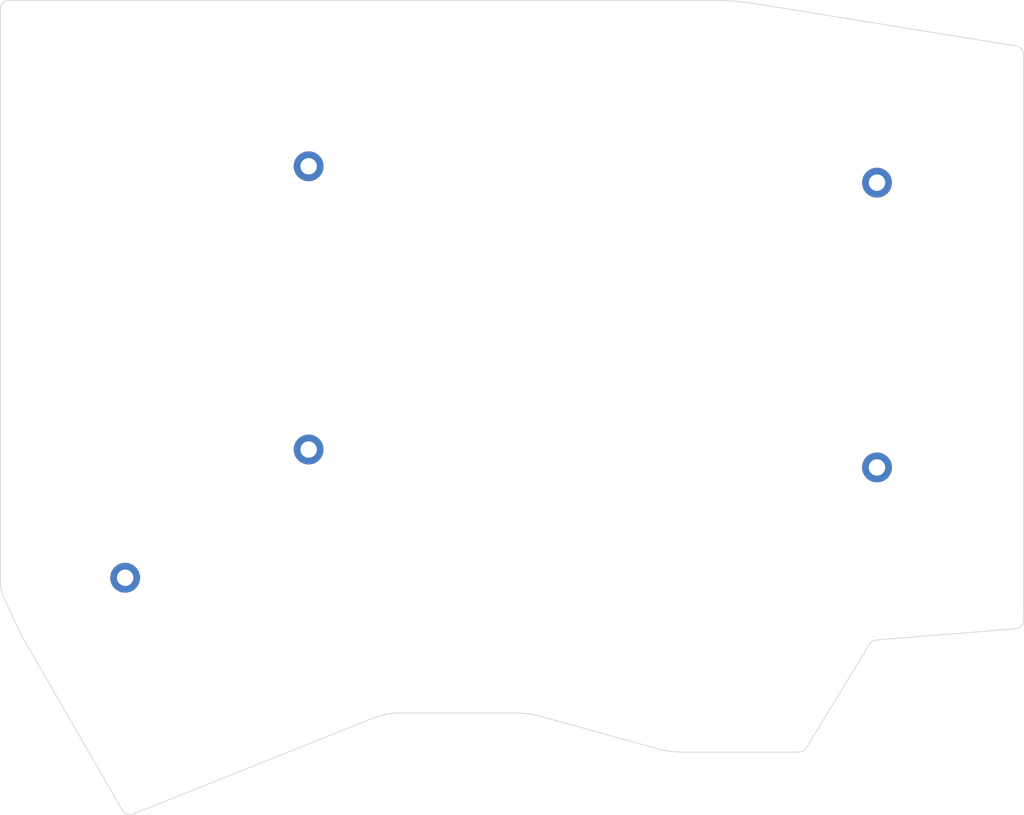
<source format=kicad_pcb>
(kicad_pcb (version 20171130) (host pcbnew 5.1.4-e60b266~84~ubuntu18.04.1)

  (general
    (thickness 1.6)
    (drawings 95)
    (tracks 0)
    (zones 0)
    (modules 5)
    (nets 1)
  )

  (page A4)
  (layers
    (0 F.Cu signal)
    (31 B.Cu signal hide)
    (32 B.Adhes user hide)
    (33 F.Adhes user hide)
    (34 B.Paste user hide)
    (35 F.Paste user hide)
    (36 B.SilkS user hide)
    (37 F.SilkS user hide)
    (38 B.Mask user hide)
    (39 F.Mask user hide)
    (40 Dwgs.User user hide)
    (41 Cmts.User user hide)
    (42 Eco1.User user)
    (43 Eco2.User user)
    (44 Edge.Cuts user)
    (45 Margin user)
    (46 B.CrtYd user)
    (47 F.CrtYd user)
    (48 B.Fab user)
    (49 F.Fab user)
  )

  (setup
    (last_trace_width 0.25)
    (trace_clearance 0.2)
    (zone_clearance 0.508)
    (zone_45_only no)
    (trace_min 0.2)
    (via_size 0.6)
    (via_drill 0.4)
    (via_min_size 0.4)
    (via_min_drill 0.3)
    (uvia_size 0.3)
    (uvia_drill 0.1)
    (uvias_allowed no)
    (uvia_min_size 0.2)
    (uvia_min_drill 0.1)
    (edge_width 0.15)
    (segment_width 0.2)
    (pcb_text_width 0.3)
    (pcb_text_size 1.5 1.5)
    (mod_edge_width 0.15)
    (mod_text_size 1 1)
    (mod_text_width 0.15)
    (pad_size 4 4)
    (pad_drill 2.2)
    (pad_to_mask_clearance 0.2)
    (aux_axis_origin 0 0)
    (visible_elements FFFFFF7F)
    (pcbplotparams
      (layerselection 0x010f0_ffffffff)
      (usegerberextensions false)
      (usegerberattributes false)
      (usegerberadvancedattributes false)
      (creategerberjobfile false)
      (excludeedgelayer true)
      (linewidth 0.100000)
      (plotframeref false)
      (viasonmask false)
      (mode 1)
      (useauxorigin false)
      (hpglpennumber 1)
      (hpglpenspeed 20)
      (hpglpendiameter 15.000000)
      (psnegative false)
      (psa4output false)
      (plotreference true)
      (plotvalue true)
      (plotinvisibletext false)
      (padsonsilk false)
      (subtractmaskfromsilk false)
      (outputformat 1)
      (mirror false)
      (drillshape 0)
      (scaleselection 1)
      (outputdirectory "gerber"))
  )

  (net 0 "")

  (net_class Default "This is the default net class."
    (clearance 0.2)
    (trace_width 0.25)
    (via_dia 0.6)
    (via_drill 0.4)
    (uvia_dia 0.3)
    (uvia_drill 0.1)
  )

  (module Wire_Pads:SolderWirePad_single_0-8mmDrill (layer F.Cu) (tedit 5D908C82) (tstamp 5ABD66D0)
    (at 61.913046 41.809428)
    (fp_text reference "" (at 0 0) (layer F.SilkS)
      (effects (font (size 1.27 1.27) (thickness 0.15)))
    )
    (fp_text value "" (at 0 0) (layer F.SilkS)
      (effects (font (size 1.27 1.27) (thickness 0.15)))
    )
    (pad 1 thru_hole circle (at 0 0) (size 4 4) (drill 2.2) (layers *.Cu *.Mask Dwgs.User))
  )

  (module Wire_Pads:SolderWirePad_single_0-8mmDrill (layer F.Cu) (tedit 5D908C8D) (tstamp 5ABD66D0)
    (at 61.913046 79.8091)
    (fp_text reference "" (at 0 0) (layer F.SilkS)
      (effects (font (size 1.27 1.27) (thickness 0.15)))
    )
    (fp_text value "" (at 0 0) (layer F.SilkS)
      (effects (font (size 1.27 1.27) (thickness 0.15)))
    )
    (pad 2 thru_hole circle (at 0 0) (size 4 4) (drill 2.2) (layers *.Cu *.Mask Dwgs.User))
  )

  (module Wire_Pads:SolderWirePad_single_0-8mmDrill (layer F.Cu) (tedit 5D908C9B) (tstamp 5ABD66D0)
    (at 37.313144 97.009982)
    (fp_text reference "" (at 0 0) (layer F.SilkS)
      (effects (font (size 1.27 1.27) (thickness 0.15)))
    )
    (fp_text value "" (at 0 0) (layer F.SilkS)
      (effects (font (size 1.27 1.27) (thickness 0.15)))
    )
    (pad 3 thru_hole circle (at 0 0) (size 4 4) (drill 2.2) (layers *.Cu *.Mask Dwgs.User))
  )

  (module Wire_Pads:SolderWirePad_single_0-8mmDrill (layer F.Cu) (tedit 5D908C93) (tstamp 5ABD66D0)
    (at 138.11305 82.209399)
    (fp_text reference "" (at 0 0) (layer F.SilkS)
      (effects (font (size 1.27 1.27) (thickness 0.15)))
    )
    (fp_text value "" (at 0 0) (layer F.SilkS)
      (effects (font (size 1.27 1.27) (thickness 0.15)))
    )
    (pad 4 thru_hole circle (at 0 0) (size 4 4) (drill 2.2) (layers *.Cu *.Mask Dwgs.User))
  )

  (module Wire_Pads:SolderWirePad_single_0-8mmDrill (layer F.Cu) (tedit 5D908C87) (tstamp 5ABD66D0)
    (at 138.11305 44.009067)
    (fp_text reference "" (at 0 0) (layer F.SilkS)
      (effects (font (size 1.27 1.27) (thickness 0.15)))
    )
    (fp_text value "" (at 0 0) (layer F.SilkS)
      (effects (font (size 1.27 1.27) (thickness 0.15)))
    )
    (pad 5 thru_hole circle (at 0 0) (size 4 4) (drill 2.2) (layers *.Cu *.Mask Dwgs.User))
  )

  (gr_line (start 156.72 103.850003) (end 138.00693 105.35553) (layer Edge.Cuts) (width 0.1))
  (gr_line (start 138.00693 105.35553) (end 137.87083 105.374695) (layer Edge.Cuts) (width 0.1))
  (gr_line (start 137.87083 105.374695) (end 137.739359 105.409486) (layer Edge.Cuts) (width 0.1))
  (gr_line (start 137.739359 105.409486) (end 137.613724 105.45916) (layer Edge.Cuts) (width 0.1))
  (gr_line (start 137.613724 105.45916) (end 137.495132 105.522972) (layer Edge.Cuts) (width 0.1))
  (gr_line (start 137.495132 105.522972) (end 137.384792 105.600179) (layer Edge.Cuts) (width 0.1))
  (gr_line (start 137.384792 105.600179) (end 137.283909 105.690036) (layer Edge.Cuts) (width 0.1))
  (gr_line (start 137.283909 105.690036) (end 137.193693 105.791801) (layer Edge.Cuts) (width 0.1))
  (gr_line (start 137.193693 105.791801) (end 137.11535 105.90473) (layer Edge.Cuts) (width 0.1))
  (gr_line (start 137.11535 105.90473) (end 128.63003 119.84109) (layer Edge.Cuts) (width 0.1))
  (gr_line (start 128.63003 119.84109) (end 128.544217 119.963427) (layer Edge.Cuts) (width 0.1))
  (gr_line (start 128.544217 119.963427) (end 128.444621 120.072332) (layer Edge.Cuts) (width 0.1))
  (gr_line (start 128.444621 120.072332) (end 128.332822 120.166918) (layer Edge.Cuts) (width 0.1))
  (gr_line (start 128.332822 120.166918) (end 128.2104 120.246297) (layer Edge.Cuts) (width 0.1))
  (gr_line (start 128.2104 120.246297) (end 128.078934 120.309581) (layer Edge.Cuts) (width 0.1))
  (gr_line (start 128.078934 120.309581) (end 127.940004 120.355883) (layer Edge.Cuts) (width 0.1))
  (gr_line (start 127.940004 120.355883) (end 127.79519 120.384315) (layer Edge.Cuts) (width 0.1))
  (gr_line (start 127.79519 120.384315) (end 127.64607 120.39399) (layer Edge.Cuts) (width 0.1))
  (gr_line (start 127.64607 120.39399) (end 111.92243 120.39399) (layer Edge.Cuts) (width 0.1))
  (gr_line (start 111.92243 120.39399) (end 111.112584 120.366534) (layer Edge.Cuts) (width 0.1))
  (gr_line (start 111.112584 120.366534) (end 110.307376 120.28442) (layer Edge.Cuts) (width 0.1))
  (gr_line (start 110.307376 120.28442) (end 109.509567 120.148023) (layer Edge.Cuts) (width 0.1))
  (gr_line (start 109.509567 120.148023) (end 108.72192 119.95772) (layer Edge.Cuts) (width 0.1))
  (gr_line (start 108.72192 119.95772) (end 93.230791 115.65451) (layer Edge.Cuts) (width 0.1))
  (gr_line (start 93.230791 115.65451) (end 92.771471 115.535267) (layer Edge.Cuts) (width 0.1))
  (gr_line (start 92.771471 115.535267) (end 92.308773 115.431744) (layer Edge.Cuts) (width 0.1))
  (gr_line (start 92.308773 115.431744) (end 91.843101 115.343996) (layer Edge.Cuts) (width 0.1))
  (gr_line (start 91.843101 115.343996) (end 91.37486 115.272079) (layer Edge.Cuts) (width 0.1))
  (gr_line (start 91.37486 115.272079) (end 90.904454 115.216048) (layer Edge.Cuts) (width 0.1))
  (gr_line (start 90.904454 115.216048) (end 90.432286 115.175958) (layer Edge.Cuts) (width 0.1))
  (gr_line (start 90.432286 115.175958) (end 89.958761 115.151863) (layer Edge.Cuts) (width 0.1))
  (gr_line (start 89.958761 115.151863) (end 89.484283 115.14382) (layer Edge.Cuts) (width 0.1))
  (gr_line (start 89.484283 115.14382) (end 74.265711 115.14382) (layer Edge.Cuts) (width 0.1))
  (gr_line (start 74.265711 115.14382) (end 73.778004 115.155451) (layer Edge.Cuts) (width 0.1))
  (gr_line (start 73.778004 115.155451) (end 73.292233 115.190239) (layer Edge.Cuts) (width 0.1))
  (gr_line (start 73.292233 115.190239) (end 72.809209 115.248029) (layer Edge.Cuts) (width 0.1))
  (gr_line (start 72.809209 115.248029) (end 72.329746 115.328663) (layer Edge.Cuts) (width 0.1))
  (gr_line (start 72.329746 115.328663) (end 71.854654 115.431984) (layer Edge.Cuts) (width 0.1))
  (gr_line (start 71.854654 115.431984) (end 71.384747 115.557837) (layer Edge.Cuts) (width 0.1))
  (gr_line (start 71.384747 115.557837) (end 70.920837 115.706064) (layer Edge.Cuts) (width 0.1))
  (gr_line (start 70.920837 115.706064) (end 70.463736 115.87651) (layer Edge.Cuts) (width 0.1))
  (gr_line (start 70.463736 115.87651) (end 38.384845 128.71743) (layer Edge.Cuts) (width 0.1))
  (gr_line (start 38.384845 128.71743) (end 38.182618 128.7777) (layer Edge.Cuts) (width 0.1))
  (gr_line (start 38.182618 128.7777) (end 37.97795 128.799904) (layer Edge.Cuts) (width 0.1))
  (gr_line (start 37.97795 128.799904) (end 37.77549 128.78565) (layer Edge.Cuts) (width 0.1))
  (gr_line (start 37.77549 128.78565) (end 37.579887 128.736548) (layer Edge.Cuts) (width 0.1))
  (gr_line (start 37.579887 128.736548) (end 37.39579 128.654208) (layer Edge.Cuts) (width 0.1))
  (gr_line (start 37.39579 128.654208) (end 37.227849 128.540239) (layer Edge.Cuts) (width 0.1))
  (gr_line (start 37.227849 128.540239) (end 37.080713 128.39625) (layer Edge.Cuts) (width 0.1))
  (gr_line (start 37.080713 128.39625) (end 36.95903 128.22385) (layer Edge.Cuts) (width 0.1))
  (gr_line (start 36.95903 128.22385) (end 23.484592 104.88135) (layer Edge.Cuts) (width 0.1))
  (gr_line (start 23.484592 104.88135) (end 23.439432 104.79485) (layer Edge.Cuts) (width 0.1))
  (gr_line (start 23.439432 104.79485) (end 21.138128 99.891379) (layer Edge.Cuts) (width 0.1))
  (gr_line (start 21.138128 99.891379) (end 21.009749 99.59706) (layer Edge.Cuts) (width 0.1))
  (gr_line (start 21.009749 99.59706) (end 20.897977 99.296817) (layer Edge.Cuts) (width 0.1))
  (gr_line (start 20.897977 99.296817) (end 20.802967 98.991355) (layer Edge.Cuts) (width 0.1))
  (gr_line (start 20.802967 98.991355) (end 20.724879 98.681379) (layer Edge.Cuts) (width 0.1))
  (gr_line (start 20.724879 98.681379) (end 20.663868 98.367594) (layer Edge.Cuts) (width 0.1))
  (gr_line (start 20.663868 98.367594) (end 20.620092 98.050707) (layer Edge.Cuts) (width 0.1))
  (gr_line (start 20.620092 98.050707) (end 20.593709 97.731422) (layer Edge.Cuts) (width 0.1))
  (gr_line (start 20.593709 97.731422) (end 20.584876 97.410444) (layer Edge.Cuts) (width 0.1))
  (gr_line (start 20.584876 97.410444) (end 20.583476 20.705454) (layer Edge.Cuts) (width 0.1))
  (gr_line (start 20.583476 20.705454) (end 20.60688 20.473281) (layer Edge.Cuts) (width 0.1))
  (gr_line (start 20.60688 20.473281) (end 20.674005 20.257034) (layer Edge.Cuts) (width 0.1))
  (gr_line (start 20.674005 20.257034) (end 20.780217 20.061347) (layer Edge.Cuts) (width 0.1))
  (gr_line (start 20.780217 20.061347) (end 20.920886 19.890851) (layer Edge.Cuts) (width 0.1))
  (gr_line (start 20.920886 19.890851) (end 21.091378 19.750179) (layer Edge.Cuts) (width 0.1))
  (gr_line (start 21.091378 19.750179) (end 21.287063 19.643964) (layer Edge.Cuts) (width 0.1))
  (gr_line (start 21.287063 19.643964) (end 21.503308 19.576838) (layer Edge.Cuts) (width 0.1))
  (gr_line (start 21.503308 19.576838) (end 21.73548 19.553434) (layer Edge.Cuts) (width 0.1))
  (gr_line (start 21.73548 19.553434) (end 116.82034 19.553513) (layer Edge.Cuts) (width 0.1))
  (gr_line (start 116.82034 19.553513) (end 117.853904 19.581354) (layer Edge.Cuts) (width 0.1))
  (gr_line (start 117.853904 19.581354) (end 119.026052 19.657282) (layer Edge.Cuts) (width 0.1))
  (gr_line (start 119.026052 19.657282) (end 120.19525 19.769898) (layer Edge.Cuts) (width 0.1))
  (gr_line (start 120.19525 19.769898) (end 121.21996 19.907805) (layer Edge.Cuts) (width 0.1))
  (gr_line (start 121.21996 19.907805) (end 156.78493 25.673169) (layer Edge.Cuts) (width 0.1))
  (gr_line (start 156.78493 25.673169) (end 156.986606 25.724797) (layer Edge.Cuts) (width 0.1))
  (gr_line (start 156.986606 25.724797) (end 157.171354 25.809479) (layer Edge.Cuts) (width 0.1))
  (gr_line (start 157.171354 25.809479) (end 157.336109 25.923613) (layer Edge.Cuts) (width 0.1))
  (gr_line (start 157.336109 25.923613) (end 157.477801 26.063594) (layer Edge.Cuts) (width 0.1))
  (gr_line (start 157.477801 26.063594) (end 157.593363 26.225819) (layer Edge.Cuts) (width 0.1))
  (gr_line (start 157.593363 26.225819) (end 157.679727 26.406683) (layer Edge.Cuts) (width 0.1))
  (gr_line (start 157.679727 26.406683) (end 157.733825 26.602583) (layer Edge.Cuts) (width 0.1))
  (gr_line (start 157.733825 26.602583) (end 157.75259 26.809914) (layer Edge.Cuts) (width 0.1))
  (gr_line (start 157.75259 26.809914) (end 157.77959 102.701305) (layer Edge.Cuts) (width 0.1))
  (gr_line (start 157.77959 102.701305) (end 157.758674 102.921116) (layer Edge.Cuts) (width 0.1))
  (gr_line (start 157.758674 102.921116) (end 157.698297 103.127381) (layer Edge.Cuts) (width 0.1))
  (gr_line (start 157.698297 103.127381) (end 157.602256 103.315983) (layer Edge.Cuts) (width 0.1))
  (gr_line (start 157.602256 103.315983) (end 157.474347 103.482807) (layer Edge.Cuts) (width 0.1))
  (gr_line (start 157.474347 103.482807) (end 157.318368 103.623736) (layer Edge.Cuts) (width 0.1))
  (gr_line (start 157.318368 103.623736) (end 157.138114 103.734656) (layer Edge.Cuts) (width 0.1))
  (gr_line (start 157.138114 103.734656) (end 156.937382 103.81145) (layer Edge.Cuts) (width 0.1))
  (gr_line (start 156.937382 103.81145) (end 156.71997 103.850003) (layer Edge.Cuts) (width 0.1))
  (gr_line (start 156.71997 103.850003) (end 156.72 103.850003) (layer Edge.Cuts) (width 0.1))
  (gr_line (start 156.72 103.850003) (end 156.72 103.850003) (layer Edge.Cuts) (width 0.1))

)

</source>
